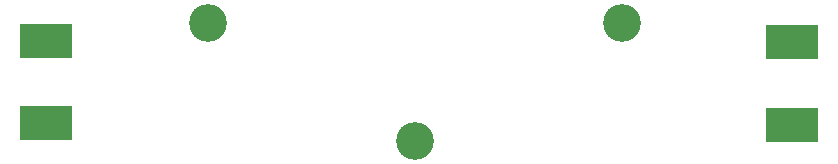
<source format=gbr>
G04 EAGLE Gerber RS-274X export*
G75*
%MOMM*%
%FSLAX34Y34*%
%LPD*%
%INSoldermask Bottom*%
%IPPOS*%
%AMOC8*
5,1,8,0,0,1.08239X$1,22.5*%
G01*
%ADD10C,3.203200*%
%ADD11R,4.394200X2.870200*%


D10*
X334840Y40000D03*
X159840Y140000D03*
X509840Y140000D03*
D11*
X22424Y55224D03*
X22424Y125116D03*
X654486Y123846D03*
X654486Y53954D03*
M02*

</source>
